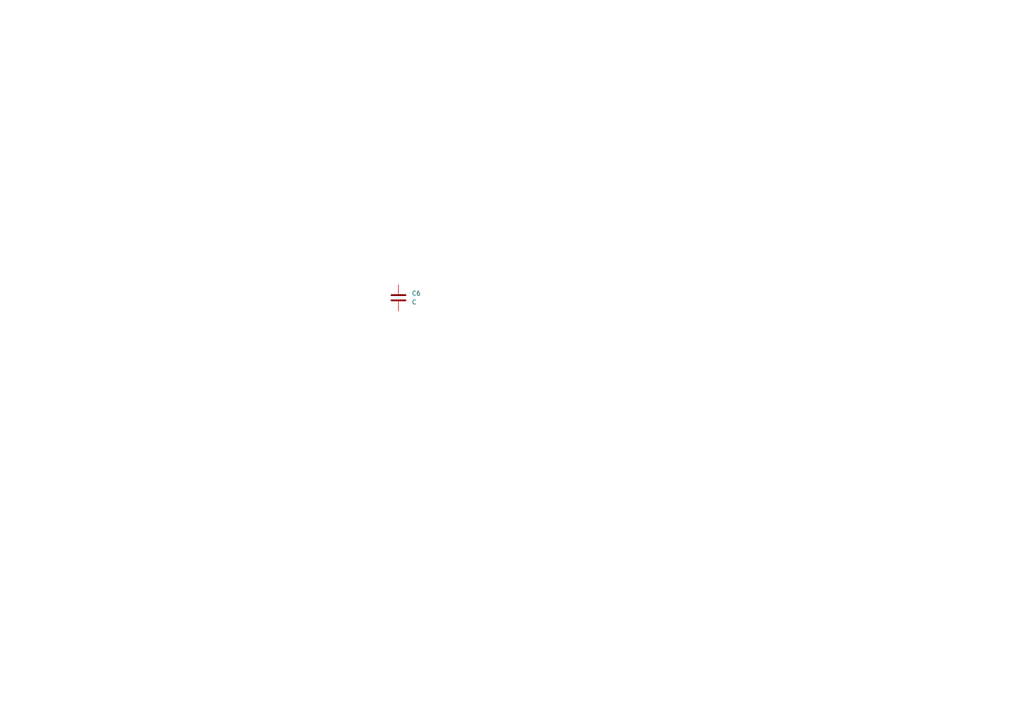
<source format=kicad_sch>
(kicad_sch (version 20231120) (generator "eeschema") (generator_version "8.0")
  (paper "A4")
  (lib_symbols
    (symbol "Device:C" (pin_numbers hide) (pin_names (offset 0.254))
      (property "Reference" "C" (at 0.635 2.54 0))
      (property "Value" "C" (at 0.635 -2.54 0))
      (symbol "C_0_1"
        (polyline (pts (xy -2.032 -0.762) (xy 2.032 -0.762)) (stroke (width 0.508)))
        (polyline (pts (xy -2.032 0.762) (xy 2.032 0.762)) (stroke (width 0.508)))
      )
      (symbol "C_1_1"
        (pin passive line (at 0 3.81 270) (length 2.794) (name "~") (number "1"))
        (pin passive line (at 0 -3.81 90) (length 2.794) (name "~") (number "2"))
      )
    )
  )
  (symbol (lib_id "Device:C") (at 115.57 86.36 0) (unit 1)
    (property "Reference" "C6" (at 119.38 85.0899 0) (effects (justify left)))
    (property "Value" "C" (at 119.38 87.6299 0) (effects (justify left)))
    (property "Description" "Unpolarized capacitor" (effects (hide yes)))
  )
)
</source>
